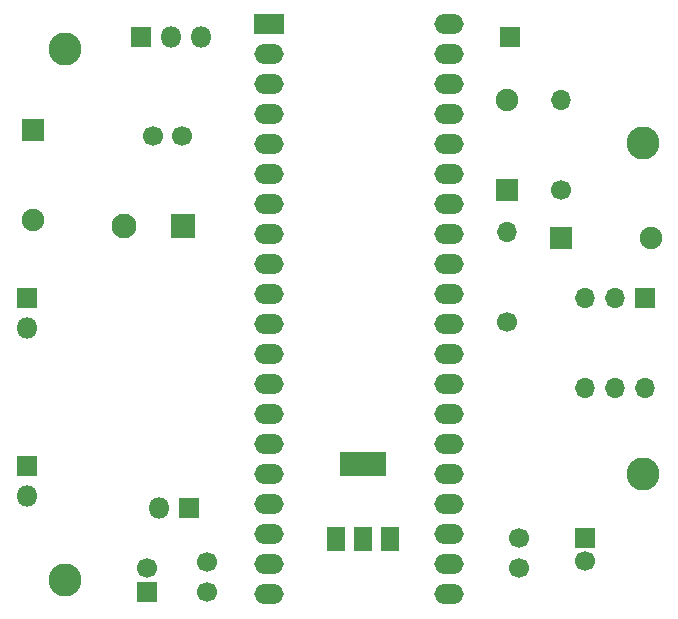
<source format=gbr>
%TF.GenerationSoftware,KiCad,Pcbnew,(5.1.6)-1*%
%TF.CreationDate,2020-08-29T18:26:14+02:00*%
%TF.ProjectId,ypvs,79707673-2e6b-4696-9361-645f70636258,rev?*%
%TF.SameCoordinates,Original*%
%TF.FileFunction,Soldermask,Bot*%
%TF.FilePolarity,Negative*%
%FSLAX46Y46*%
G04 Gerber Fmt 4.6, Leading zero omitted, Abs format (unit mm)*
G04 Created by KiCad (PCBNEW (5.1.6)-1) date 2020-08-29 18:26:14*
%MOMM*%
%LPD*%
G01*
G04 APERTURE LIST*
%ADD10R,1.700000X1.700000*%
%ADD11O,1.700000X1.700000*%
%ADD12C,1.700000*%
%ADD13R,2.100000X2.100000*%
%ADD14C,2.100000*%
%ADD15R,1.900000X1.900000*%
%ADD16O,1.900000X1.900000*%
%ADD17R,1.800000X1.800000*%
%ADD18O,1.800000X1.800000*%
%ADD19R,2.500000X1.700000*%
%ADD20O,2.500000X1.700000*%
%ADD21R,3.900000X2.100000*%
%ADD22R,1.600000X2.100000*%
%ADD23C,2.800000*%
G04 APERTURE END LIST*
D10*
%TO.C,U3*%
X71120000Y-98044000D03*
D11*
X66040000Y-105664000D03*
X68580000Y-98044000D03*
X68580000Y-105664000D03*
X66040000Y-98044000D03*
X71120000Y-105664000D03*
%TD*%
D12*
%TO.C,C1*%
X28956000Y-120936000D03*
D10*
X28956000Y-122936000D03*
%TD*%
D12*
%TO.C,C2*%
X34036000Y-120436000D03*
X34036000Y-122936000D03*
%TD*%
%TO.C,C3*%
X60452000Y-120904000D03*
X60452000Y-118404000D03*
%TD*%
D10*
%TO.C,C4*%
X66040000Y-118364000D03*
D12*
X66040000Y-120364000D03*
%TD*%
%TO.C,C5*%
X29464000Y-84328000D03*
X31964000Y-84328000D03*
%TD*%
D13*
%TO.C,C6*%
X32004000Y-91948000D03*
D14*
X27004000Y-91948000D03*
%TD*%
D15*
%TO.C,D1*%
X59436000Y-88900000D03*
D16*
X59436000Y-81280000D03*
%TD*%
%TO.C,D2*%
X71628000Y-92964000D03*
D15*
X64008000Y-92964000D03*
%TD*%
D17*
%TO.C,J1*%
X28448000Y-76000000D03*
D18*
X30988000Y-76000000D03*
X33528000Y-76000000D03*
%TD*%
%TO.C,J2*%
X18796000Y-100584000D03*
D17*
X18796000Y-98044000D03*
%TD*%
%TO.C,J3*%
X59715400Y-76000000D03*
%TD*%
%TO.C,J4*%
X18796000Y-112268000D03*
D18*
X18796000Y-114808000D03*
%TD*%
D11*
%TO.C,R1*%
X64008000Y-81280000D03*
D12*
X64008000Y-88900000D03*
%TD*%
%TO.C,R2*%
X59436000Y-100076000D03*
D11*
X59436000Y-92456000D03*
%TD*%
D19*
%TO.C,U1*%
X39344600Y-74904600D03*
D20*
X54584600Y-123164600D03*
X39344600Y-77444600D03*
X54584600Y-120624600D03*
X39344600Y-79984600D03*
X54584600Y-118084600D03*
X39344600Y-82524600D03*
X54584600Y-115544600D03*
X39344600Y-85064600D03*
X54584600Y-113004600D03*
X39344600Y-87604600D03*
X54584600Y-110464600D03*
X39344600Y-90144600D03*
X54584600Y-107924600D03*
X39344600Y-92684600D03*
X54584600Y-105384600D03*
X39344600Y-95224600D03*
X54584600Y-102844600D03*
X39344600Y-97764600D03*
X54584600Y-100304600D03*
X39344600Y-100304600D03*
X54584600Y-97764600D03*
X39344600Y-102844600D03*
X54584600Y-95224600D03*
X39344600Y-105384600D03*
X54584600Y-92684600D03*
X39344600Y-107924600D03*
X54584600Y-90144600D03*
X39344600Y-110464600D03*
X54584600Y-87604600D03*
X39344600Y-113004600D03*
X54584600Y-85064600D03*
X39344600Y-115544600D03*
X54584600Y-82524600D03*
X39344600Y-118084600D03*
X54584600Y-79984600D03*
X39344600Y-120624600D03*
X54584600Y-77444600D03*
X39344600Y-123164600D03*
X54584600Y-74904600D03*
%TD*%
D21*
%TO.C,U2*%
X47244000Y-112166000D03*
D22*
X47244000Y-118466000D03*
X44944000Y-118466000D03*
X49544000Y-118466000D03*
%TD*%
D23*
%TO.C,H1*%
X71000000Y-85000000D03*
%TD*%
%TO.C,H2*%
X71000000Y-113000000D03*
%TD*%
%TO.C,H3*%
X22000000Y-77000000D03*
%TD*%
%TO.C,H4*%
X22000000Y-122000000D03*
%TD*%
D15*
%TO.C,D3*%
X19304000Y-83820000D03*
D16*
X19304000Y-91440000D03*
%TD*%
D17*
%TO.C,J5*%
X32512000Y-115824000D03*
D18*
X29972000Y-115824000D03*
%TD*%
M02*

</source>
